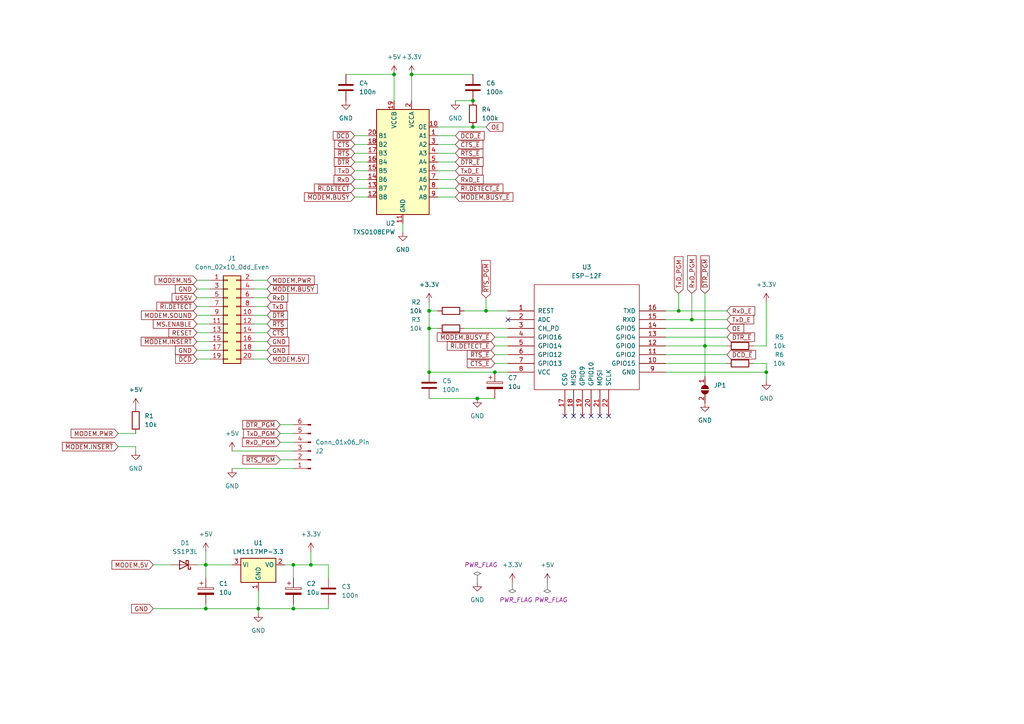
<source format=kicad_sch>
(kicad_sch (version 20230121) (generator eeschema)
  (paper "A4")
  (lib_symbols
    (symbol "Connector:Conn_01x06_Pin" (pin_names (offset 1.016) hide)
      (property "Reference" "J" (at 0 7.62 0))
      (property "Value" "Conn_01x06_Pin" (at 0 -10.16 0))
      (symbol "Conn_01x06_Pin_1_1"
        (polyline (pts (xy 1.27 -7.62) (xy 0.8636 -7.62)) (stroke (width 0.1524)))
        (polyline (pts (xy 1.27 -5.08) (xy 0.8636 -5.08)) (stroke (width 0.1524)))
        (polyline (pts (xy 1.27 -2.54) (xy 0.8636 -2.54)) (stroke (width 0.1524)))
        (polyline (pts (xy 1.27 0) (xy 0.8636 0)) (stroke (width 0.1524)))
        (polyline (pts (xy 1.27 2.54) (xy 0.8636 2.54)) (stroke (width 0.1524)))
        (polyline (pts (xy 1.27 5.08) (xy 0.8636 5.08)) (stroke (width 0.1524)))
        (rectangle (start 0.8636 -7.493) (end 0 -7.747) (stroke (width 0.1524)) (fill (type outline)))
        (rectangle (start 0.8636 -4.953) (end 0 -5.207) (stroke (width 0.1524)) (fill (type outline)))
        (rectangle (start 0.8636 -2.413) (end 0 -2.667) (stroke (width 0.1524)) (fill (type outline)))
        (rectangle (start 0.8636 0.127) (end 0 -0.127) (stroke (width 0.1524)) (fill (type outline)))
        (rectangle (start 0.8636 2.667) (end 0 2.413) (stroke (width 0.1524)) (fill (type outline)))
        (rectangle (start 0.8636 5.207) (end 0 4.953) (stroke (width 0.1524)) (fill (type outline)))
        (pin passive line (at 5.08 5.08 180) (length 3.81) (name "Pin_1") (number "1"))
        (pin passive line (at 5.08 2.54 180) (length 3.81) (name "Pin_2") (number "2"))
        (pin passive line (at 5.08 0 180) (length 3.81) (name "Pin_3") (number "3"))
        (pin passive line (at 5.08 -2.54 180) (length 3.81) (name "Pin_4") (number "4"))
        (pin passive line (at 5.08 -5.08 180) (length 3.81) (name "Pin_5") (number "5"))
        (pin passive line (at 5.08 -7.62 180) (length 3.81) (name "Pin_6") (number "6"))
      )
    )
    (symbol "Connector_Generic:Conn_02x10_Odd_Even" (pin_names (offset 1.016) hide)
      (property "Reference" "J" (at 1.27 12.7 0))
      (property "Value" "Conn_02x10_Odd_Even" (at 1.27 -15.24 0))
      (symbol "Conn_02x10_Odd_Even_1_1"
        (rectangle (start -1.27 -12.573) (end 0 -12.827) (stroke (width 0.1524)))
        (rectangle (start -1.27 -10.033) (end 0 -10.287) (stroke (width 0.1524)))
        (rectangle (start -1.27 -7.493) (end 0 -7.747) (stroke (width 0.1524)))
        (rectangle (start -1.27 -4.953) (end 0 -5.207) (stroke (width 0.1524)))
        (rectangle (start -1.27 -2.413) (end 0 -2.667) (stroke (width 0.1524)))
        (rectangle (start -1.27 0.127) (end 0 -0.127) (stroke (width 0.1524)))
        (rectangle (start -1.27 2.667) (end 0 2.413) (stroke (width 0.1524)))
        (rectangle (start -1.27 5.207) (end 0 4.953) (stroke (width 0.1524)))
        (rectangle (start -1.27 7.747) (end 0 7.493) (stroke (width 0.1524)))
        (rectangle (start -1.27 10.287) (end 0 10.033) (stroke (width 0.1524)))
        (rectangle (start -1.27 11.43) (end 3.81 -13.97) (stroke (width 0.254)) (fill (type background)))
        (rectangle (start 3.81 -12.573) (end 2.54 -12.827) (stroke (width 0.1524)))
        (rectangle (start 3.81 -10.033) (end 2.54 -10.287) (stroke (width 0.1524)))
        (rectangle (start 3.81 -7.493) (end 2.54 -7.747) (stroke (width 0.1524)))
        (rectangle (start 3.81 -4.953) (end 2.54 -5.207) (stroke (width 0.1524)))
        (rectangle (start 3.81 -2.413) (end 2.54 -2.667) (stroke (width 0.1524)))
        (rectangle (start 3.81 0.127) (end 2.54 -0.127) (stroke (width 0.1524)))
        (rectangle (start 3.81 2.667) (end 2.54 2.413) (stroke (width 0.1524)))
        (rectangle (start 3.81 5.207) (end 2.54 4.953) (stroke (width 0.1524)))
        (rectangle (start 3.81 7.747) (end 2.54 7.493) (stroke (width 0.1524)))
        (rectangle (start 3.81 10.287) (end 2.54 10.033) (stroke (width 0.1524)))
        (pin passive line (at -5.08 10.16 0) (length 3.81) (name "Pin_1") (number "1"))
        (pin passive line (at 7.62 0 180) (length 3.81) (name "Pin_10") (number "10"))
        (pin passive line (at -5.08 -2.54 0) (length 3.81) (name "Pin_11") (number "11"))
        (pin passive line (at 7.62 -2.54 180) (length 3.81) (name "Pin_12") (number "12"))
        (pin passive line (at -5.08 -5.08 0) (length 3.81) (name "Pin_13") (number "13"))
        (pin passive line (at 7.62 -5.08 180) (length 3.81) (name "Pin_14") (number "14"))
        (pin passive line (at -5.08 -7.62 0) (length 3.81) (name "Pin_15") (number "15"))
        (pin passive line (at 7.62 -7.62 180) (length 3.81) (name "Pin_16") (number "16"))
        (pin passive line (at -5.08 -10.16 0) (length 3.81) (name "Pin_17") (number "17"))
        (pin passive line (at 7.62 -10.16 180) (length 3.81) (name "Pin_18") (number "18"))
        (pin passive line (at -5.08 -12.7 0) (length 3.81) (name "Pin_19") (number "19"))
        (pin passive line (at 7.62 10.16 180) (length 3.81) (name "Pin_2") (number "2"))
        (pin passive line (at 7.62 -12.7 180) (length 3.81) (name "Pin_20") (number "20"))
        (pin passive line (at -5.08 7.62 0) (length 3.81) (name "Pin_3") (number "3"))
        (pin passive line (at 7.62 7.62 180) (length 3.81) (name "Pin_4") (number "4"))
        (pin passive line (at -5.08 5.08 0) (length 3.81) (name "Pin_5") (number "5"))
        (pin passive line (at 7.62 5.08 180) (length 3.81) (name "Pin_6") (number "6"))
        (pin passive line (at -5.08 2.54 0) (length 3.81) (name "Pin_7") (number "7"))
        (pin passive line (at 7.62 2.54 180) (length 3.81) (name "Pin_8") (number "8"))
        (pin passive line (at -5.08 0 0) (length 3.81) (name "Pin_9") (number "9"))
      )
    )
    (symbol "Device:C" (pin_numbers hide) (pin_names (offset 0.254))
      (property "Reference" "C" (at 0.635 2.54 0))
      (property "Value" "C" (at 0.635 -2.54 0))
      (symbol "C_0_1"
        (polyline (pts (xy -2.032 -0.762) (xy 2.032 -0.762)) (stroke (width 0.508)))
        (polyline (pts (xy -2.032 0.762) (xy 2.032 0.762)) (stroke (width 0.508)))
      )
      (symbol "C_1_1"
        (pin passive line (at 0 3.81 270) (length 2.794) (name "~") (number "1"))
        (pin passive line (at 0 -3.81 90) (length 2.794) (name "~") (number "2"))
      )
    )
    (symbol "Device:C_Polarized" (pin_numbers hide) (pin_names (offset 0.254))
      (property "Reference" "C" (at 0.635 2.54 0))
      (property "Value" "C_Polarized" (at 0.635 -2.54 0))
      (symbol "C_Polarized_0_1"
        (rectangle (start -2.286 0.508) (end 2.286 1.016))
        (polyline (pts (xy -1.778 2.286) (xy -0.762 2.286)))
        (polyline (pts (xy -1.27 2.794) (xy -1.27 1.778)))
        (rectangle (start 2.286 -0.508) (end -2.286 -1.016) (fill (type outline)))
      )
      (symbol "C_Polarized_1_1"
        (pin passive line (at 0 3.81 270) (length 2.794) (name "~") (number "1"))
        (pin passive line (at 0 -3.81 90) (length 2.794) (name "~") (number "2"))
      )
    )
    (symbol "Device:D_Schottky" (pin_numbers hide) (pin_names (offset 1.016) hide)
      (property "Reference" "D" (at 0 2.54 0))
      (property "Value" "D_Schottky" (at 0 -2.54 0))
      (symbol "D_Schottky_0_1"
        (polyline (pts (xy 1.27 0) (xy -1.27 0)))
        (polyline (pts (xy 1.27 1.27) (xy 1.27 -1.27) (xy -1.27 0) (xy 1.27 1.27)) (stroke (width 0.254)))
        (polyline (pts (xy -1.905 0.635) (xy -1.905 1.27) (xy -1.27 1.27) (xy -1.27 -1.27) (xy -0.635 -1.27) (xy -0.635 -0.635)) (stroke (width 0.254)))
      )
      (symbol "D_Schottky_1_1"
        (pin passive line (at -3.81 0 0) (length 2.54) (name "K") (number "1"))
        (pin passive line (at 3.81 0 180) (length 2.54) (name "A") (number "2"))
      )
    )
    (symbol "Device:R" (pin_numbers hide) (pin_names (offset 0))
      (property "Reference" "R" (at 2.032 0 90))
      (property "Value" "R" (at 0 0 90))
      (symbol "R_0_1"
        (rectangle (start -1.016 -2.54) (end 1.016 2.54) (stroke (width 0.254)))
      )
      (symbol "R_1_1"
        (pin passive line (at 0 3.81 270) (length 1.27) (name "~") (number "1"))
        (pin passive line (at 0 -3.81 90) (length 1.27) (name "~") (number "2"))
      )
    )
    (symbol "ESP8266:ESP-12F" (pin_names (offset 1.016))
      (property "Reference" "U" (at 0 -2.54 0))
      (property "Value" "ESP-12F" (at 0 2.54 0))
      (symbol "ESP-12F_1_0"
        (rectangle (start -15.24 -15.24) (end 15.24 15.24))
      )
      (symbol "ESP-12F_1_1"
        (pin input line (at -22.86 7.62 0) (length 7.62) (name "REST") (number "1"))
        (pin bidirectional line (at 22.86 -7.62 180) (length 7.62) (name "GPIO15") (number "10"))
        (pin bidirectional line (at 22.86 -5.08 180) (length 7.62) (name "GPIO2") (number "11"))
        (pin bidirectional line (at 22.86 -2.54 180) (length 7.62) (name "GPIO0") (number "12"))
        (pin bidirectional line (at 22.86 0 180) (length 7.62) (name "GPIO4") (number "13"))
        (pin bidirectional line (at 22.86 2.54 180) (length 7.62) (name "GPIO5") (number "14"))
        (pin input line (at 22.86 5.08 180) (length 7.62) (name "RXD") (number "15"))
        (pin output line (at 22.86 7.62 180) (length 7.62) (name "TXD") (number "16"))
        (pin bidirectional line (at -6.35 -22.86 90) (length 7.62) (name "CS0") (number "17"))
        (pin bidirectional line (at -3.81 -22.86 90) (length 7.62) (name "MISO") (number "18"))
        (pin bidirectional line (at -1.27 -22.86 90) (length 7.62) (name "GPIO9") (number "19"))
        (pin passive line (at -22.86 5.08 0) (length 7.62) (name "ADC") (number "2"))
        (pin bidirectional line (at 1.27 -22.86 90) (length 7.62) (name "GPIO10") (number "20"))
        (pin bidirectional line (at 3.81 -22.86 90) (length 7.62) (name "MOSI") (number "21"))
        (pin bidirectional line (at 6.35 -22.86 90) (length 7.62) (name "SCLK") (number "22"))
        (pin input line (at -22.86 2.54 0) (length 7.62) (name "CH_PD") (number "3"))
        (pin bidirectional line (at -22.86 0 0) (length 7.62) (name "GPIO16") (number "4"))
        (pin bidirectional line (at -22.86 -2.54 0) (length 7.62) (name "GPIO14") (number "5"))
        (pin bidirectional line (at -22.86 -5.08 0) (length 7.62) (name "GPIO12") (number "6"))
        (pin bidirectional line (at -22.86 -7.62 0) (length 7.62) (name "GPIO13") (number "7"))
        (pin power_in line (at -22.86 -10.16 0) (length 7.62) (name "VCC") (number "8"))
        (pin power_in line (at 22.86 -10.16 180) (length 7.62) (name "GND") (number "9"))
      )
    )
    (symbol "Jumper:SolderJumper_2_Open" (pin_names (offset 0) hide)
      (property "Reference" "JP" (at 0 2.032 0))
      (property "Value" "SolderJumper_2_Open" (at 0 -2.54 0))
      (symbol "SolderJumper_2_Open_0_1"
        (arc (start -0.254 1.016) (mid -1.2656 0) (end -0.254 -1.016))
        (arc (start -0.254 1.016) (mid -1.2656 0) (end -0.254 -1.016) (fill (type outline)))
        (polyline (pts (xy -0.254 1.016) (xy -0.254 -1.016)))
        (polyline (pts (xy 0.254 1.016) (xy 0.254 -1.016)))
        (arc (start 0.254 -1.016) (mid 1.2656 0) (end 0.254 1.016))
        (arc (start 0.254 -1.016) (mid 1.2656 0) (end 0.254 1.016) (fill (type outline)))
      )
      (symbol "SolderJumper_2_Open_1_1"
        (pin passive line (at -3.81 0 0) (length 2.54) (name "A") (number "1"))
        (pin passive line (at 3.81 0 180) (length 2.54) (name "B") (number "2"))
      )
    )
    (symbol "Logic_LevelTranslator:TXS0108EPW"
      (property "Reference" "U" (at -6.35 16.51 0))
      (property "Value" "TXS0108EPW" (at 3.81 16.51 0))
      (symbol "TXS0108EPW_0_1"
        (rectangle (start -7.62 15.24) (end 7.62 -15.24) (stroke (width 0.254)) (fill (type background)))
      )
      (symbol "TXS0108EPW_1_1"
        (pin bidirectional line (at -10.16 7.62 0) (length 2.54) (name "A1") (number "1"))
        (pin input line (at -10.16 10.16 0) (length 2.54) (name "OE") (number "10"))
        (pin power_in line (at 0 -17.78 90) (length 2.54) (name "GND") (number "11"))
        (pin bidirectional line (at 10.16 -10.16 180) (length 2.54) (name "B8") (number "12"))
        (pin bidirectional line (at 10.16 -7.62 180) (length 2.54) (name "B7") (number "13"))
        (pin bidirectional line (at 10.16 -5.08 180) (length 2.54) (name "B6") (number "14"))
        (pin bidirectional line (at 10.16 -2.54 180) (length 2.54) (name "B5") (number "15"))
        (pin bidirectional line (at 10.16 0 180) (length 2.54) (name "B4") (number "16"))
        (pin bidirectional line (at 10.16 2.54 180) (length 2.54) (name "B3") (number "17"))
        (pin bidirectional line (at 10.16 5.08 180) (length 2.54) (name "B2") (number "18"))
        (pin power_in line (at 2.54 17.78 270) (length 2.54) (name "VCCB") (number "19"))
        (pin power_in line (at -2.54 17.78 270) (length 2.54) (name "VCCA") (number "2"))
        (pin bidirectional line (at 10.16 7.62 180) (length 2.54) (name "B1") (number "20"))
        (pin bidirectional line (at -10.16 5.08 0) (length 2.54) (name "A2") (number "3"))
        (pin bidirectional line (at -10.16 2.54 0) (length 2.54) (name "A3") (number "4"))
        (pin bidirectional line (at -10.16 0 0) (length 2.54) (name "A4") (number "5"))
        (pin bidirectional line (at -10.16 -2.54 0) (length 2.54) (name "A5") (number "6"))
        (pin bidirectional line (at -10.16 -5.08 0) (length 2.54) (name "A6") (number "7"))
        (pin bidirectional line (at -10.16 -7.62 0) (length 2.54) (name "A7") (number "8"))
        (pin bidirectional line (at -10.16 -10.16 0) (length 2.54) (name "A8") (number "9"))
      )
    )
    (symbol "Regulator_Linear:LM1117MP-3.3"
      (property "Reference" "U" (at -3.81 3.175 0))
      (property "Value" "LM1117MP-3.3" (at 0 3.175 0))
      (symbol "LM1117MP-3.3_0_1"
        (rectangle (start -5.08 -5.08) (end 5.08 1.905) (stroke (width 0.254)) (fill (type background)))
      )
      (symbol "LM1117MP-3.3_1_1"
        (pin power_in line (at 0 -7.62 90) (length 2.54) (name "GND") (number "1"))
        (pin power_out line (at 7.62 0 180) (length 2.54) (name "VO") (number "2"))
        (pin power_in line (at -7.62 0 0) (length 2.54) (name "VI") (number "3"))
      )
    )
    (symbol "power:+3.3V" (power) (pin_names (offset 0))
      (property "Value" "+3.3V" (at 0 3.556 0))
      (symbol "+3.3V_0_1"
        (polyline (pts (xy -0.762 1.27) (xy 0 2.54)))
        (polyline (pts (xy 0 0) (xy 0 2.54)))
        (polyline (pts (xy 0 2.54) (xy 0.762 1.27)))
      )
      (symbol "+3.3V_1_1"
        (pin power_in line (at 0 0 90) (length 0) hide (name "+3.3V") (number "1"))
      )
    )
    (symbol "power:+5V" (power) (pin_names (offset 0))
      (property "Value" "+5V" (at 0 3.556 0))
      (symbol "+5V_0_1"
        (polyline (pts (xy -0.762 1.27) (xy 0 2.54)))
        (polyline (pts (xy 0 0) (xy 0 2.54)))
        (polyline (pts (xy 0 2.54) (xy 0.762 1.27)))
      )
      (symbol "+5V_1_1"
        (pin power_in line (at 0 0 90) (length 0) hide (name "+5V") (number "1"))
      )
    )
    (symbol "power:GND" (power) (pin_names (offset 0))
      (property "Value" "GND" (at 0 -3.81 0))
      (symbol "GND_0_1"
        (polyline (pts (xy 0 0) (xy 0 -1.27) (xy 1.27 -1.27) (xy 0 -2.54) (xy -1.27 -1.27) (xy 0 -1.27)))
      )
      (symbol "GND_1_1"
        (pin power_in line (at 0 0 270) (length 0) hide (name "GND") (number "1"))
      )
    )
  )
  (junction (at 124.46 90.17))
  (junction (at 59.69 163.83))
  (junction (at 204.47 100.33))
  (junction (at 143.51 107.95))
  (junction (at 140.97 90.17))
  (junction (at 124.46 107.95))
  (junction (at 124.46 95.25))
  (junction (at 119.38 21.59))
  (junction (at 85.09 176.53))
  (junction (at 222.25 107.95))
  (junction (at 74.93 176.53))
  (junction (at 90.17 163.83))
  (junction (at 138.43 115.57))
  (junction (at 137.16 36.83))
  (junction (at 196.85 90.17))
  (junction (at 200.66 92.71))
  (junction (at 114.3 21.59))
  (junction (at 85.09 163.83))
  (junction (at 59.69 176.53))
  (junction (at 137.16 29.21))
  (no_connect (at 173.99 120.65))
  (no_connect (at 168.91 120.65))
  (no_connect (at 166.37 120.65))
  (no_connect (at 147.32 92.71))
  (no_connect (at 163.83 120.65))
  (no_connect (at 176.53 120.65))
  (no_connect (at 171.45 120.65))
  (wire (pts (xy 218.44 105.41) (xy 222.25 105.41)))
  (wire (pts (xy 138.43 115.57) (xy 143.51 115.57)))
  (wire (pts (xy 81.28 128.27) (xy 85.09 128.27)))
  (wire (pts (xy 127 46.99) (xy 132.08 46.99)))
  (wire (pts (xy 90.17 163.83) (xy 90.17 160.02)))
  (wire (pts (xy 57.15 93.98) (xy 60.96 93.98)))
  (wire (pts (xy 127 39.37) (xy 132.08 39.37)))
  (wire (pts (xy 143.51 100.33) (xy 147.32 100.33)))
  (wire (pts (xy 222.25 105.41) (xy 222.25 107.95)))
  (wire (pts (xy 59.69 163.83) (xy 59.69 167.64)))
  (wire (pts (xy 102.87 41.91) (xy 106.68 41.91)))
  (wire (pts (xy 193.04 90.17) (xy 196.85 90.17)))
  (wire (pts (xy 102.87 44.45) (xy 106.68 44.45)))
  (wire (pts (xy 67.31 135.89) (xy 85.09 135.89)))
  (wire (pts (xy 57.15 99.06) (xy 60.96 99.06)))
  (wire (pts (xy 57.15 104.14) (xy 60.96 104.14)))
  (wire (pts (xy 102.87 54.61) (xy 106.68 54.61)))
  (wire (pts (xy 44.45 163.83) (xy 49.53 163.83)))
  (wire (pts (xy 127 52.07) (xy 132.08 52.07)))
  (wire (pts (xy 124.46 107.95) (xy 143.51 107.95)))
  (wire (pts (xy 73.66 83.82) (xy 77.47 83.82)))
  (wire (pts (xy 193.04 100.33) (xy 204.47 100.33)))
  (wire (pts (xy 143.51 102.87) (xy 147.32 102.87)))
  (wire (pts (xy 102.87 39.37) (xy 106.68 39.37)))
  (wire (pts (xy 143.51 107.95) (xy 147.32 107.95)))
  (wire (pts (xy 57.15 101.6) (xy 60.96 101.6)))
  (wire (pts (xy 73.66 81.28) (xy 77.47 81.28)))
  (wire (pts (xy 95.25 163.83) (xy 90.17 163.83)))
  (wire (pts (xy 193.04 92.71) (xy 200.66 92.71)))
  (wire (pts (xy 127 57.15) (xy 132.08 57.15)))
  (wire (pts (xy 57.15 86.36) (xy 60.96 86.36)))
  (wire (pts (xy 85.09 163.83) (xy 90.17 163.83)))
  (wire (pts (xy 143.51 105.41) (xy 147.32 105.41)))
  (wire (pts (xy 59.69 160.02) (xy 59.69 163.83)))
  (wire (pts (xy 134.62 95.25) (xy 147.32 95.25)))
  (wire (pts (xy 193.04 95.25) (xy 210.82 95.25)))
  (wire (pts (xy 95.25 167.64) (xy 95.25 163.83)))
  (wire (pts (xy 57.15 88.9) (xy 60.96 88.9)))
  (wire (pts (xy 74.93 176.53) (xy 74.93 177.8)))
  (wire (pts (xy 119.38 21.59) (xy 119.38 29.21)))
  (wire (pts (xy 200.66 85.09) (xy 200.66 92.71)))
  (wire (pts (xy 95.25 175.26) (xy 95.25 176.53)))
  (wire (pts (xy 81.28 133.35) (xy 85.09 133.35)))
  (wire (pts (xy 102.87 49.53) (xy 106.68 49.53)))
  (wire (pts (xy 140.97 86.36) (xy 140.97 90.17)))
  (wire (pts (xy 59.69 176.53) (xy 74.93 176.53)))
  (wire (pts (xy 73.66 93.98) (xy 77.47 93.98)))
  (wire (pts (xy 124.46 95.25) (xy 124.46 107.95)))
  (wire (pts (xy 73.66 88.9) (xy 77.47 88.9)))
  (wire (pts (xy 67.31 130.81) (xy 85.09 130.81)))
  (wire (pts (xy 85.09 175.26) (xy 85.09 176.53)))
  (wire (pts (xy 124.46 115.57) (xy 138.43 115.57)))
  (wire (pts (xy 57.15 163.83) (xy 59.69 163.83)))
  (wire (pts (xy 102.87 46.99) (xy 106.68 46.99)))
  (wire (pts (xy 59.69 163.83) (xy 67.31 163.83)))
  (wire (pts (xy 193.04 105.41) (xy 210.82 105.41)))
  (wire (pts (xy 34.29 125.73) (xy 39.37 125.73)))
  (wire (pts (xy 39.37 129.54) (xy 39.37 130.81)))
  (wire (pts (xy 95.25 176.53) (xy 85.09 176.53)))
  (wire (pts (xy 143.51 97.79) (xy 147.32 97.79)))
  (wire (pts (xy 57.15 81.28) (xy 60.96 81.28)))
  (wire (pts (xy 134.62 90.17) (xy 140.97 90.17)))
  (wire (pts (xy 81.28 123.19) (xy 85.09 123.19)))
  (wire (pts (xy 73.66 99.06) (xy 77.47 99.06)))
  (wire (pts (xy 59.69 175.26) (xy 59.69 176.53)))
  (wire (pts (xy 124.46 90.17) (xy 124.46 95.25)))
  (wire (pts (xy 127 41.91) (xy 132.08 41.91)))
  (wire (pts (xy 196.85 85.09) (xy 196.85 90.17)))
  (wire (pts (xy 222.25 87.63) (xy 222.25 100.33)))
  (wire (pts (xy 73.66 96.52) (xy 77.47 96.52)))
  (wire (pts (xy 137.16 36.83) (xy 140.97 36.83)))
  (wire (pts (xy 193.04 102.87) (xy 210.82 102.87)))
  (wire (pts (xy 124.46 95.25) (xy 127 95.25)))
  (wire (pts (xy 140.97 90.17) (xy 147.32 90.17)))
  (wire (pts (xy 204.47 100.33) (xy 210.82 100.33)))
  (wire (pts (xy 73.66 104.14) (xy 77.47 104.14)))
  (wire (pts (xy 114.3 21.59) (xy 114.3 29.21)))
  (wire (pts (xy 200.66 92.71) (xy 210.82 92.71)))
  (wire (pts (xy 127 49.53) (xy 132.08 49.53)))
  (wire (pts (xy 57.15 91.44) (xy 60.96 91.44)))
  (wire (pts (xy 193.04 107.95) (xy 222.25 107.95)))
  (wire (pts (xy 204.47 100.33) (xy 204.47 109.22)))
  (wire (pts (xy 85.09 176.53) (xy 74.93 176.53)))
  (wire (pts (xy 132.08 29.21) (xy 137.16 29.21)))
  (wire (pts (xy 127 44.45) (xy 132.08 44.45)))
  (wire (pts (xy 73.66 86.36) (xy 77.47 86.36)))
  (wire (pts (xy 127 36.83) (xy 137.16 36.83)))
  (wire (pts (xy 119.38 21.59) (xy 137.16 21.59)))
  (wire (pts (xy 73.66 101.6) (xy 77.47 101.6)))
  (wire (pts (xy 102.87 52.07) (xy 106.68 52.07)))
  (wire (pts (xy 57.15 83.82) (xy 60.96 83.82)))
  (wire (pts (xy 85.09 163.83) (xy 85.09 167.64)))
  (wire (pts (xy 124.46 87.63) (xy 124.46 90.17)))
  (wire (pts (xy 102.87 57.15) (xy 106.68 57.15)))
  (wire (pts (xy 57.15 96.52) (xy 60.96 96.52)))
  (wire (pts (xy 218.44 100.33) (xy 222.25 100.33)))
  (wire (pts (xy 82.55 163.83) (xy 85.09 163.83)))
  (wire (pts (xy 124.46 90.17) (xy 127 90.17)))
  (wire (pts (xy 81.28 125.73) (xy 85.09 125.73)))
  (wire (pts (xy 34.29 129.54) (xy 39.37 129.54)))
  (wire (pts (xy 196.85 90.17) (xy 210.82 90.17)))
  (wire (pts (xy 204.47 85.09) (xy 204.47 100.33)))
  (wire (pts (xy 74.93 171.45) (xy 74.93 176.53)))
  (wire (pts (xy 73.66 91.44) (xy 77.47 91.44)))
  (wire (pts (xy 222.25 107.95) (xy 222.25 110.49)))
  (wire (pts (xy 100.33 21.59) (xy 114.3 21.59)))
  (wire (pts (xy 193.04 97.79) (xy 210.82 97.79)))
  (wire (pts (xy 116.84 64.77) (xy 116.84 67.31)))
  (wire (pts (xy 127 54.61) (xy 132.08 54.61)))
  (wire (pts (xy 44.45 176.53) (xy 59.69 176.53)))
  (global_label "~{RTS}" (shape input) (at 77.47 93.98 0) (property "Intersheetrefs" "${INTERSHEET_REFS}" (effects hide)))
  (global_label "~{DCD_E}" (shape input) (at 132.08 39.37 0) (property "Intersheetrefs" "${INTERSHEET_REFS}" (effects hide)))
  (global_label "~{RTS_E}" (shape input) (at 143.51 102.87 180) (property "Intersheetrefs" "${INTERSHEET_REFS}" (effects hide)))
  (global_label "~{DCD}" (shape input) (at 57.15 104.14 180) (property "Intersheetrefs" "${INTERSHEET_REFS}" (effects hide)))
  (global_label "~{DTR_E}" (shape input) (at 132.08 46.99 0) (property "Intersheetrefs" "${INTERSHEET_REFS}" (effects hide)))
  (global_label "~{DTR_PGM}" (shape input) (at 81.28 123.19 180) (property "Intersheetrefs" "${INTERSHEET_REFS}" (effects hide)))
  (global_label "GND" (shape input) (at 57.15 83.82 180) (property "Intersheetrefs" "${INTERSHEET_REFS}" (effects hide)))
  (global_label "~{CTS}" (shape input) (at 102.87 41.91 180) (property "Intersheetrefs" "${INTERSHEET_REFS}" (effects hide)))
  (global_label "OE" (shape input) (at 140.97 36.83 0) (property "Intersheetrefs" "${INTERSHEET_REFS}" (effects hide)))
  (global_label "~{RTS}" (shape input) (at 102.87 44.45 180) (property "Intersheetrefs" "${INTERSHEET_REFS}" (effects hide)))
  (global_label "~{MODEM.INSERT}" (shape input) (at 57.15 99.06 180) (property "Intersheetrefs" "${INTERSHEET_REFS}" (effects hide)))
  (global_label "US5V" (shape input) (at 57.15 86.36 180) (property "Intersheetrefs" "${INTERSHEET_REFS}" (effects hide)))
  (global_label "MODEM.PWR" (shape input) (at 77.47 81.28 0) (property "Intersheetrefs" "${INTERSHEET_REFS}" (effects hide)))
  (global_label "RxD_E" (shape input) (at 132.08 52.07 0) (property "Intersheetrefs" "${INTERSHEET_REFS}" (effects hide)))
  (global_label "MODEM.5V" (shape input) (at 44.45 163.83 180) (property "Intersheetrefs" "${INTERSHEET_REFS}" (effects hide)))
  (global_label "~{DTR}" (shape input) (at 102.87 46.99 180) (property "Intersheetrefs" "${INTERSHEET_REFS}" (effects hide)))
  (global_label "RxD" (shape input) (at 77.47 86.36 0) (property "Intersheetrefs" "${INTERSHEET_REFS}" (effects hide)))
  (global_label "~{CTS_E}" (shape input) (at 143.51 105.41 180) (property "Intersheetrefs" "${INTERSHEET_REFS}" (effects hide)))
  (global_label "GND" (shape input) (at 44.45 176.53 180) (property "Intersheetrefs" "${INTERSHEET_REFS}" (effects hide)))
  (global_label "~{DCD_E}" (shape input) (at 210.82 102.87 0) (property "Intersheetrefs" "${INTERSHEET_REFS}" (effects hide)))
  (global_label "RxD_PGM" (shape input) (at 200.66 85.09 90) (property "Intersheetrefs" "${INTERSHEET_REFS}" (effects hide)))
  (global_label "RxD_E" (shape input) (at 210.82 90.17 0) (property "Intersheetrefs" "${INTERSHEET_REFS}" (effects hide)))
  (global_label "~{DCD}" (shape input) (at 102.87 39.37 180) (property "Intersheetrefs" "${INTERSHEET_REFS}" (effects hide)))
  (global_label "~{MODEM.BUSY_E}" (shape input) (at 143.51 97.79 180) (property "Intersheetrefs" "${INTERSHEET_REFS}" (effects hide)))
  (global_label "~{DTR_PGM}" (shape input) (at 204.47 85.09 90) (property "Intersheetrefs" "${INTERSHEET_REFS}" (effects hide)))
  (global_label "GND" (shape input) (at 77.47 101.6 0) (property "Intersheetrefs" "${INTERSHEET_REFS}" (effects hide)))
  (global_label "TxD" (shape input) (at 102.87 49.53 180) (property "Intersheetrefs" "${INTERSHEET_REFS}" (effects hide)))
  (global_label "~{CTS_E}" (shape input) (at 132.08 41.91 0) (property "Intersheetrefs" "${INTERSHEET_REFS}" (effects hide)))
  (global_label "~{RI.DETECT_E}" (shape input) (at 132.08 54.61 0) (property "Intersheetrefs" "${INTERSHEET_REFS}" (effects hide)))
  (global_label "TxD_PGM" (shape input) (at 196.85 85.09 90) (property "Intersheetrefs" "${INTERSHEET_REFS}" (effects hide)))
  (global_label "RESET" (shape input) (at 57.15 96.52 180) (property "Intersheetrefs" "${INTERSHEET_REFS}" (effects hide)))
  (global_label "~{RI.DETECT_E}" (shape input) (at 143.51 100.33 180) (property "Intersheetrefs" "${INTERSHEET_REFS}" (effects hide)))
  (global_label "~{DTR}" (shape input) (at 77.47 91.44 0) (property "Intersheetrefs" "${INTERSHEET_REFS}" (effects hide)))
  (global_label "MODEM.PWR" (shape input) (at 34.29 125.73 180) (property "Intersheetrefs" "${INTERSHEET_REFS}" (effects hide)))
  (global_label "OE" (shape input) (at 210.82 95.25 0) (property "Intersheetrefs" "${INTERSHEET_REFS}" (effects hide)))
  (global_label "~{RTS_PGM}" (shape input) (at 140.97 86.36 90) (property "Intersheetrefs" "${INTERSHEET_REFS}" (effects hide)))
  (global_label "MS.ENABLE" (shape input) (at 57.15 93.98 180) (property "Intersheetrefs" "${INTERSHEET_REFS}" (effects hide)))
  (global_label "GND" (shape input) (at 77.47 99.06 0) (property "Intersheetrefs" "${INTERSHEET_REFS}" (effects hide)))
  (global_label "~{RTS_PGM}" (shape input) (at 81.28 133.35 180) (property "Intersheetrefs" "${INTERSHEET_REFS}" (effects hide)))
  (global_label "TxD_E" (shape input) (at 210.82 92.71 0) (property "Intersheetrefs" "${INTERSHEET_REFS}" (effects hide)))
  (global_label "TxD" (shape input) (at 77.47 88.9 0) (property "Intersheetrefs" "${INTERSHEET_REFS}" (effects hide)))
  (global_label "~{RI.DETECT}" (shape input) (at 57.15 88.9 180) (property "Intersheetrefs" "${INTERSHEET_REFS}" (effects hide)))
  (global_label "~{MODEM.BUSY}" (shape input) (at 77.47 83.82 0) (property "Intersheetrefs" "${INTERSHEET_REFS}" (effects hide)))
  (global_label "~{MODEM.INSERT}" (shape input) (at 34.29 129.54 180) (property "Intersheetrefs" "${INTERSHEET_REFS}" (effects hide)))
  (global_label "~{RTS_E}" (shape input) (at 132.08 44.45 0) (property "Intersheetrefs" "${INTERSHEET_REFS}" (effects hide)))
  (global_label "TxD_E" (shape input) (at 132.08 49.53 0) (property "Intersheetrefs" "${INTERSHEET_REFS}" (effects hide)))
  (global_label "RxD_PGM" (shape input) (at 81.28 128.27 180) (property "Intersheetrefs" "${INTERSHEET_REFS}" (effects hide)))
  (global_label "~{DTR_E}" (shape input) (at 210.82 97.79 0) (property "Intersheetrefs" "${INTERSHEET_REFS}" (effects hide)))
  (global_label "~{CTS}" (shape input) (at 77.47 96.52 0) (property "Intersheetrefs" "${INTERSHEET_REFS}" (effects hide)))
  (global_label "~{MODEM.BUSY_E}" (shape input) (at 132.08 57.15 0) (property "Intersheetrefs" "${INTERSHEET_REFS}" (effects hide)))
  (global_label "GND" (shape input) (at 57.15 101.6 180) (property "Intersheetrefs" "${INTERSHEET_REFS}" (effects hide)))
  (global_label "~{RI.DETECT}" (shape input) (at 102.87 54.61 180) (property "Intersheetrefs" "${INTERSHEET_REFS}" (effects hide)))
  (global_label "MODEM.5V" (shape input) (at 77.47 104.14 0) (property "Intersheetrefs" "${INTERSHEET_REFS}" (effects hide)))
  (global_label "TxD_PGM" (shape input) (at 81.28 125.73 180) (property "Intersheetrefs" "${INTERSHEET_REFS}" (effects hide)))
  (global_label "MODEM.N5" (shape input) (at 57.15 81.28 180) (property "Intersheetrefs" "${INTERSHEET_REFS}" (effects hide)))
  (global_label "MODEM.SOUND" (shape input) (at 57.15 91.44 180) (property "Intersheetrefs" "${INTERSHEET_REFS}" (effects hide)))
  (global_label "~{MODEM.BUSY}" (shape input) (at 102.87 57.15 180) (property "Intersheetrefs" "${INTERSHEET_REFS}" (effects hide)))
  (global_label "RxD" (shape input) (at 102.87 52.07 180) (property "Intersheetrefs" "${INTERSHEET_REFS}" (effects hide)))
  (netclass_flag "" (length 2.54) (shape diamond) (at 148.59 168.91 180) (property "Netclass" "PWR_FLAG" (at 144.78 173.99 0) (effects (font italic) (justify left))))
  (netclass_flag "" (length 2.54) (shape diamond) (at 138.43 168.91 0) (property "Netclass" "PWR_FLAG" (at 134.62 163.83 0) (effects (font italic) (justify left))))
  (netclass_flag "" (length 2.54) (shape diamond) (at 158.75 168.91 180) (property "Netclass" "PWR_FLAG" (at 154.94 173.99 0) (effects (font italic) (justify left))))
  (symbol (lib_id "power:+5V") (at 114.3 21.59 0) (unit 1)
    (property "Reference" "#PWR09" (effects hide))
    (property "Value" "+5V" (at 114.3 16.51 0))
  )
  (symbol (lib_id "Device:C") (at 100.33 25.4 0) (unit 1)
    (property "Reference" "C4" (at 104.14 24.13 0) (effects (justify left)))
    (property "Value" "100n" (at 104.14 26.67 0) (effects (justify left)))
    (property "Footprint" "Diode_SMD:D_0805_2012Metric" (effects hide))
  )
  (symbol (lib_id "Connector:Conn_01x06_Pin") (at 90.17 130.81 180) (unit 1)
    (property "Reference" "J2" (at 91.44 130.81 0) (effects (justify right)))
    (property "Value" "Conn_01x06_Pin" (at 91.44 128.27 0) (effects (justify right)))
    (property "Footprint" "Connector_PinHeader_2.54mm:PinHeader_1x06_P2.54mm_Horizontal" (effects hide))
  )
  (symbol (lib_id "power:+3.3V") (at 222.25 87.63 0) (unit 1)
    (property "Reference" "#PWR016" (effects hide))
    (property "Value" "+3.3V" (at 222.25 82.55 0))
  )
  (symbol (lib_id "Logic_LevelTranslator:TXS0108EPW") (at 116.84 46.99 0) (mirror y) (unit 1)
    (property "Reference" "U2" (at 114.6459 64.77 0) (effects (justify left)))
    (property "Value" "TXS0108EPW" (at 114.6459 67.31 0) (effects (justify left)))
    (property "Footprint" "Package_SO:TSSOP-20_4.4x6.5mm_P0.65mm" (effects hide))
    (property "Datasheet" "www.ti.com/lit/ds/symlink/txs0108e.pdf" (effects hide))
  )
  (symbol (lib_id "Device:R") (at 39.37 121.92 0) (unit 1)
    (property "Reference" "R1" (at 41.91 120.65 0) (effects (justify left)))
    (property "Value" "10k" (at 41.91 123.19 0) (effects (justify left)))
    (property "Footprint" "Resistor_SMD:R_0805_2012Metric" (effects hide))
  )
  (symbol (lib_id "Device:R") (at 214.63 105.41 90) (unit 1)
    (property "Reference" "R6" (at 226.06 102.87 90))
    (property "Value" "10k" (at 226.06 105.41 90))
    (property "Footprint" "Resistor_SMD:R_0805_2012Metric" (effects hide))
  )
  (symbol (lib_id "power:GND") (at 138.43 115.57 0) (unit 1)
    (property "Reference" "#PWR014" (effects hide))
    (property "Value" "GND" (at 138.43 120.65 0))
  )
  (symbol (lib_id "Device:C_Polarized") (at 85.09 171.45 0) (unit 1)
    (property "Reference" "C2" (at 88.9 169.291 0) (effects (justify left)))
    (property "Value" "10u" (at 88.9 171.831 0) (effects (justify left)))
    (property "Footprint" "Capacitor_SMD:C_1206_3216Metric" (effects hide))
  )
  (symbol (lib_id "ESP8266:ESP-12F") (at 170.18 97.79 0) (unit 1)
    (property "Reference" "U3" (at 170.18 77.47 0))
    (property "Value" "ESP-12F" (at 170.18 80.01 0))
    (property "Footprint" "RF_Module:ESP-12E" (effects hide))
    (property "Datasheet" "http://l0l.org.uk/2014/12/esp8266-modules-hardware-guide-gotta-catch-em-all/" (effects hide))
  )
  (symbol (lib_id "Device:C") (at 95.25 171.45 0) (unit 1)
    (property "Reference" "C3" (at 99.06 170.18 0) (effects (justify left)))
    (property "Value" "100n" (at 99.06 172.72 0) (effects (justify left)))
    (property "Footprint" "Diode_SMD:D_0805_2012Metric" (effects hide))
  )
  (symbol (lib_id "power:GND") (at 100.33 29.21 0) (unit 1)
    (property "Reference" "#PWR08" (effects hide))
    (property "Value" "GND" (at 100.33 34.29 0))
  )
  (symbol (lib_id "Device:D_Schottky") (at 53.34 163.83 180) (unit 1)
    (property "Reference" "D1" (at 53.6575 157.48 0))
    (property "Value" "SS1P3L" (at 53.6575 160.02 0))
    (property "Footprint" "Diode_SMD:D_MicroSMP_AK" (effects hide))
  )
  (symbol (lib_id "Device:R") (at 130.81 95.25 90) (unit 1)
    (property "Reference" "R3" (at 120.65 92.71 90))
    (property "Value" "10k" (at 120.65 95.25 90))
    (property "Footprint" "Resistor_SMD:R_0805_2012Metric" (effects hide))
  )
  (symbol (lib_id "power:GND") (at 132.08 29.21 0) (unit 1)
    (property "Reference" "#PWR013" (effects hide))
    (property "Value" "GND" (at 132.08 34.29 0))
  )
  (symbol (lib_id "power:GND") (at 222.25 110.49 0) (unit 1)
    (property "Reference" "#PWR017" (effects hide))
    (property "Value" "GND" (at 222.25 115.57 0))
  )
  (symbol (lib_id "Device:C_Polarized") (at 143.51 111.76 0) (unit 1)
    (property "Reference" "C7" (at 147.32 109.601 0) (effects (justify left)))
    (property "Value" "10u" (at 147.32 112.141 0) (effects (justify left)))
    (property "Footprint" "Capacitor_SMD:C_1206_3216Metric" (effects hide))
  )
  (symbol (lib_id "Device:C") (at 137.16 25.4 0) (unit 1)
    (property "Reference" "C6" (at 140.97 24.13 0) (effects (justify left)))
    (property "Value" "100n" (at 140.97 26.67 0) (effects (justify left)))
    (property "Footprint" "Diode_SMD:D_0805_2012Metric" (effects hide))
  )
  (symbol (lib_id "power:+3.3V") (at 90.17 160.02 0) (unit 1)
    (property "Reference" "#PWR07" (effects hide))
    (property "Value" "+3.3V" (at 90.17 154.94 0))
  )
  (symbol (lib_id "Device:C_Polarized") (at 59.69 171.45 0) (unit 1)
    (property "Reference" "C1" (at 63.5 169.291 0) (effects (justify left)))
    (property "Value" "10u" (at 63.5 171.831 0) (effects (justify left)))
    (property "Footprint" "Capacitor_SMD:C_1206_3216Metric" (effects hide))
  )
  (symbol (lib_id "power:GND") (at 138.43 168.91 0) (unit 1)
    (property "Reference" "#PWR020" (effects hide))
    (property "Value" "GND" (at 138.43 173.99 0))
  )
  (symbol (lib_id "power:GND") (at 67.31 135.89 0) (unit 1)
    (property "Reference" "#PWR05" (effects hide))
    (property "Value" "GND" (at 67.31 140.97 0))
  )
  (symbol (lib_id "Regulator_Linear:LM1117MP-3.3") (at 74.93 163.83 0) (unit 1)
    (property "Reference" "U1" (at 74.93 157.48 0))
    (property "Value" "LM1117MP-3.3" (at 74.93 160.02 0))
    (property "Footprint" "Package_TO_SOT_SMD:SOT-223-3_TabPin2" (effects hide))
    (property "Datasheet" "http://www.ti.com/lit/ds/symlink/lm1117.pdf" (effects hide))
  )
  (symbol (lib_id "power:+5V") (at 158.75 168.91 0) (unit 1)
    (property "Reference" "#PWR019" (effects hide))
    (property "Value" "+5V" (at 158.75 163.83 0))
  )
  (symbol (lib_id "power:GND") (at 39.37 130.81 0) (unit 1)
    (property "Reference" "#PWR02" (effects hide))
    (property "Value" "GND" (at 39.37 135.89 0))
  )
  (symbol (lib_id "power:+3.3V") (at 148.59 168.91 0) (unit 1)
    (property "Reference" "#PWR018" (effects hide))
    (property "Value" "+3.3V" (at 148.59 163.83 0))
  )
  (symbol (lib_id "power:+3.3V") (at 119.38 21.59 0) (unit 1)
    (property "Reference" "#PWR011" (effects hide))
    (property "Value" "+3.3V" (at 119.38 16.51 0))
  )
  (symbol (lib_id "power:GND") (at 116.84 67.31 0) (unit 1)
    (property "Reference" "#PWR010" (effects hide))
    (property "Value" "GND" (at 116.84 72.39 0))
  )
  (symbol (lib_id "Device:R") (at 130.81 90.17 90) (unit 1)
    (property "Reference" "R2" (at 120.65 87.63 90))
    (property "Value" "10k" (at 120.65 90.17 90))
    (property "Footprint" "Resistor_SMD:R_0805_2012Metric" (effects hide))
  )
  (symbol (lib_id "Jumper:SolderJumper_2_Open") (at 204.47 113.03 270) (unit 1)
    (property "Reference" "JP1" (at 207.01 111.76 90) (effects (justify left)))
    (property "Value" "SolderJumper_2_Open" (effects hide))
    (property "Footprint" "Jumper:SolderJumper-2_P1.3mm_Open_RoundedPad1.0x1.5mm" (effects hide))
  )
  (symbol (lib_id "power:GND") (at 204.47 116.84 0) (unit 1)
    (property "Reference" "#PWR015" (effects hide))
    (property "Value" "GND" (at 204.47 121.92 0))
  )
  (symbol (lib_id "Device:R") (at 214.63 100.33 90) (unit 1)
    (property "Reference" "R5" (at 226.06 97.79 90))
    (property "Value" "10k" (at 226.06 100.33 90))
    (property "Footprint" "Resistor_SMD:R_0805_2012Metric" (effects hide))
  )
  (symbol (lib_id "power:+5V") (at 39.37 118.11 0) (unit 1)
    (property "Reference" "#PWR01" (effects hide))
    (property "Value" "+5V" (at 39.37 113.03 0))
  )
  (symbol (lib_id "Device:C") (at 124.46 111.76 0) (unit 1)
    (property "Reference" "C5" (at 128.27 110.49 0) (effects (justify left)))
    (property "Value" "100n" (at 128.27 113.03 0) (effects (justify left)))
    (property "Footprint" "Diode_SMD:D_0805_2012Metric" (effects hide))
  )
  (symbol (lib_id "Device:R") (at 137.16 33.02 0) (unit 1)
    (property "Reference" "R4" (at 139.7 31.75 0) (effects (justify left)))
    (property "Value" "100k" (at 139.7 34.29 0) (effects (justify left)))
    (property "Footprint" "Resistor_SMD:R_0805_2012Metric" (effects hide))
  )
  (symbol (lib_id "power:+5V") (at 67.31 130.81 0) (unit 1)
    (property "Reference" "#PWR04" (effects hide))
    (property "Value" "+5V" (at 67.31 125.73 0))
  )
  (symbol (lib_id "power:+5V") (at 59.69 160.02 0) (unit 1)
    (property "Reference" "#PWR03" (effects hide))
    (property "Value" "+5V" (at 59.69 154.94 0))
  )
  (symbol (lib_id "Connector_Generic:Conn_02x10_Odd_Even") (at 66.04 91.44 0) (unit 1)
    (property "Reference" "J1" (at 67.31 74.93 0))
    (property "Value" "Conn_02x10_Odd_Even" (at 67.31 77.47 0))
    (property "Footprint" "Connector_PinHeader_1.27mm:PinHeader_2x10_P1.27mm_Vertical" (effects hide))
  )
  (symbol (lib_id "power:+3.3V") (at 124.46 87.63 0) (unit 1)
    (property "Reference" "#PWR012" (effects hide))
    (property "Value" "+3.3V" (at 124.46 82.55 0))
  )
  (symbol (lib_id "power:GND") (at 74.93 177.8 0) (unit 1)
    (property "Reference" "#PWR06" (effects hide))
    (property "Value" "GND" (at 74.93 182.88 0))
  )
)
</source>
